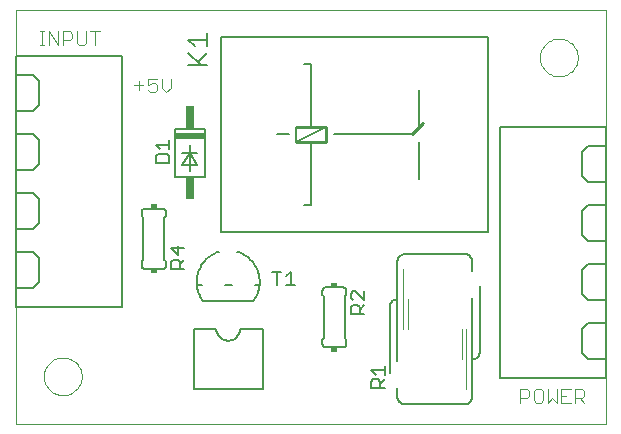
<source format=gto>
G75*
G70*
%OFA0B0*%
%FSLAX24Y24*%
%IPPOS*%
%LPD*%
%AMOC8*
5,1,8,0,0,1.08239X$1,22.5*
%
%ADD10C,0.0000*%
%ADD11C,0.0040*%
%ADD12C,0.0060*%
%ADD13C,0.0100*%
%ADD14C,0.0070*%
%ADD15R,0.1000X0.0200*%
%ADD16R,0.0300X0.0750*%
%ADD17C,0.0050*%
%ADD18C,0.0020*%
%ADD19R,0.0200X0.0150*%
D10*
X000180Y000180D02*
X000180Y013960D01*
X019865Y013960D01*
X019865Y000180D01*
X000180Y000180D01*
X001125Y001755D02*
X001127Y001805D01*
X001133Y001855D01*
X001143Y001904D01*
X001157Y001952D01*
X001174Y001999D01*
X001195Y002044D01*
X001220Y002088D01*
X001248Y002129D01*
X001280Y002168D01*
X001314Y002205D01*
X001351Y002239D01*
X001391Y002269D01*
X001433Y002296D01*
X001477Y002320D01*
X001523Y002341D01*
X001570Y002357D01*
X001618Y002370D01*
X001668Y002379D01*
X001717Y002384D01*
X001768Y002385D01*
X001818Y002382D01*
X001867Y002375D01*
X001916Y002364D01*
X001964Y002349D01*
X002010Y002331D01*
X002055Y002309D01*
X002098Y002283D01*
X002139Y002254D01*
X002178Y002222D01*
X002214Y002187D01*
X002246Y002149D01*
X002276Y002109D01*
X002303Y002066D01*
X002326Y002022D01*
X002345Y001976D01*
X002361Y001928D01*
X002373Y001879D01*
X002381Y001830D01*
X002385Y001780D01*
X002385Y001730D01*
X002381Y001680D01*
X002373Y001631D01*
X002361Y001582D01*
X002345Y001534D01*
X002326Y001488D01*
X002303Y001444D01*
X002276Y001401D01*
X002246Y001361D01*
X002214Y001323D01*
X002178Y001288D01*
X002139Y001256D01*
X002098Y001227D01*
X002055Y001201D01*
X002010Y001179D01*
X001964Y001161D01*
X001916Y001146D01*
X001867Y001135D01*
X001818Y001128D01*
X001768Y001125D01*
X001717Y001126D01*
X001668Y001131D01*
X001618Y001140D01*
X001570Y001153D01*
X001523Y001169D01*
X001477Y001190D01*
X001433Y001214D01*
X001391Y001241D01*
X001351Y001271D01*
X001314Y001305D01*
X001280Y001342D01*
X001248Y001381D01*
X001220Y001422D01*
X001195Y001466D01*
X001174Y001511D01*
X001157Y001558D01*
X001143Y001606D01*
X001133Y001655D01*
X001127Y001705D01*
X001125Y001755D01*
X017660Y012385D02*
X017662Y012435D01*
X017668Y012485D01*
X017678Y012534D01*
X017692Y012582D01*
X017709Y012629D01*
X017730Y012674D01*
X017755Y012718D01*
X017783Y012759D01*
X017815Y012798D01*
X017849Y012835D01*
X017886Y012869D01*
X017926Y012899D01*
X017968Y012926D01*
X018012Y012950D01*
X018058Y012971D01*
X018105Y012987D01*
X018153Y013000D01*
X018203Y013009D01*
X018252Y013014D01*
X018303Y013015D01*
X018353Y013012D01*
X018402Y013005D01*
X018451Y012994D01*
X018499Y012979D01*
X018545Y012961D01*
X018590Y012939D01*
X018633Y012913D01*
X018674Y012884D01*
X018713Y012852D01*
X018749Y012817D01*
X018781Y012779D01*
X018811Y012739D01*
X018838Y012696D01*
X018861Y012652D01*
X018880Y012606D01*
X018896Y012558D01*
X018908Y012509D01*
X018916Y012460D01*
X018920Y012410D01*
X018920Y012360D01*
X018916Y012310D01*
X018908Y012261D01*
X018896Y012212D01*
X018880Y012164D01*
X018861Y012118D01*
X018838Y012074D01*
X018811Y012031D01*
X018781Y011991D01*
X018749Y011953D01*
X018713Y011918D01*
X018674Y011886D01*
X018633Y011857D01*
X018590Y011831D01*
X018545Y011809D01*
X018499Y011791D01*
X018451Y011776D01*
X018402Y011765D01*
X018353Y011758D01*
X018303Y011755D01*
X018252Y011756D01*
X018203Y011761D01*
X018153Y011770D01*
X018105Y011783D01*
X018058Y011799D01*
X018012Y011820D01*
X017968Y011844D01*
X017926Y011871D01*
X017886Y011901D01*
X017849Y011935D01*
X017815Y011972D01*
X017783Y012011D01*
X017755Y012052D01*
X017730Y012096D01*
X017709Y012141D01*
X017692Y012188D01*
X017678Y012236D01*
X017668Y012285D01*
X017662Y012335D01*
X017660Y012385D01*
D11*
X005365Y011684D02*
X005365Y011377D01*
X005211Y011224D01*
X005058Y011377D01*
X005058Y011684D01*
X004904Y011684D02*
X004597Y011684D01*
X004597Y011454D01*
X004751Y011531D01*
X004828Y011531D01*
X004904Y011454D01*
X004904Y011300D01*
X004828Y011224D01*
X004674Y011224D01*
X004597Y011300D01*
X004290Y011300D02*
X004290Y011607D01*
X004137Y011454D02*
X004444Y011454D01*
X002829Y012798D02*
X002829Y013259D01*
X002676Y013259D02*
X002982Y013259D01*
X002522Y013259D02*
X002522Y012875D01*
X002445Y012798D01*
X002292Y012798D01*
X002215Y012875D01*
X002215Y013259D01*
X002062Y013182D02*
X002062Y013029D01*
X001985Y012952D01*
X001755Y012952D01*
X001755Y012798D02*
X001755Y013259D01*
X001985Y013259D01*
X002062Y013182D01*
X001601Y013259D02*
X001601Y012798D01*
X001294Y013259D01*
X001294Y012798D01*
X001141Y012798D02*
X000987Y012798D01*
X001064Y012798D02*
X001064Y013259D01*
X000987Y013259D02*
X001141Y013259D01*
X016993Y001341D02*
X017223Y001341D01*
X017299Y001265D01*
X017299Y001111D01*
X017223Y001035D01*
X016993Y001035D01*
X016993Y000881D02*
X016993Y001341D01*
X017453Y001265D02*
X017453Y000958D01*
X017530Y000881D01*
X017683Y000881D01*
X017760Y000958D01*
X017760Y001265D01*
X017683Y001341D01*
X017530Y001341D01*
X017453Y001265D01*
X017913Y001341D02*
X017913Y000881D01*
X018067Y001035D01*
X018220Y000881D01*
X018220Y001341D01*
X018374Y001341D02*
X018374Y000881D01*
X018681Y000881D01*
X018834Y000881D02*
X018834Y001341D01*
X019064Y001341D01*
X019141Y001265D01*
X019141Y001111D01*
X019064Y001035D01*
X018834Y001035D01*
X018988Y001035D02*
X019141Y000881D01*
X018681Y001341D02*
X018374Y001341D01*
X018374Y001111D02*
X018527Y001111D01*
D12*
X015656Y002580D02*
X015656Y004780D01*
X015406Y004380D02*
X015406Y001080D01*
X015404Y001050D01*
X015399Y001020D01*
X015390Y000991D01*
X015377Y000964D01*
X015362Y000938D01*
X015343Y000914D01*
X015322Y000893D01*
X015298Y000874D01*
X015272Y000859D01*
X015245Y000846D01*
X015216Y000837D01*
X015186Y000832D01*
X015156Y000830D01*
X013156Y000830D01*
X013126Y000832D01*
X013096Y000837D01*
X013067Y000846D01*
X013040Y000859D01*
X013014Y000874D01*
X012990Y000893D01*
X012969Y000914D01*
X012950Y000938D01*
X012935Y000964D01*
X012922Y000991D01*
X012913Y001020D01*
X012908Y001050D01*
X012906Y001080D01*
X012906Y001380D01*
X012656Y001880D02*
X012656Y004080D01*
X012658Y004110D01*
X012663Y004140D01*
X012672Y004169D01*
X012685Y004196D01*
X012700Y004222D01*
X012719Y004246D01*
X012740Y004267D01*
X012764Y004286D01*
X012790Y004301D01*
X012817Y004314D01*
X012846Y004323D01*
X012876Y004328D01*
X012906Y004330D01*
X012906Y005580D02*
X012906Y002280D01*
X011210Y002823D02*
X011210Y002973D01*
X011160Y003023D01*
X011160Y004423D01*
X011210Y004473D01*
X011210Y004623D01*
X011208Y004640D01*
X011204Y004657D01*
X011197Y004673D01*
X011187Y004687D01*
X011174Y004700D01*
X011160Y004710D01*
X011144Y004717D01*
X011127Y004721D01*
X011110Y004723D01*
X010510Y004723D01*
X010493Y004721D01*
X010476Y004717D01*
X010460Y004710D01*
X010446Y004700D01*
X010433Y004687D01*
X010423Y004673D01*
X010416Y004657D01*
X010412Y004640D01*
X010410Y004623D01*
X010410Y004473D01*
X010460Y004423D01*
X010460Y003023D01*
X010410Y002973D01*
X010410Y002823D01*
X010412Y002806D01*
X010416Y002789D01*
X010423Y002773D01*
X010433Y002759D01*
X010446Y002746D01*
X010460Y002736D01*
X010476Y002729D01*
X010493Y002725D01*
X010510Y002723D01*
X011110Y002723D01*
X011127Y002725D01*
X011144Y002729D01*
X011160Y002736D01*
X011174Y002746D01*
X011187Y002759D01*
X011197Y002773D01*
X011204Y002789D01*
X011208Y002806D01*
X011210Y002823D01*
X008417Y003345D02*
X008417Y001345D01*
X006117Y001345D01*
X006117Y003345D01*
X006867Y003345D01*
X006869Y003306D01*
X006875Y003267D01*
X006884Y003229D01*
X006897Y003192D01*
X006914Y003156D01*
X006934Y003123D01*
X006958Y003091D01*
X006984Y003062D01*
X007013Y003036D01*
X007045Y003012D01*
X007078Y002992D01*
X007114Y002975D01*
X007151Y002962D01*
X007189Y002953D01*
X007228Y002947D01*
X007267Y002945D01*
X007306Y002947D01*
X007345Y002953D01*
X007383Y002962D01*
X007420Y002975D01*
X007456Y002992D01*
X007489Y003012D01*
X007521Y003036D01*
X007550Y003062D01*
X007576Y003091D01*
X007600Y003123D01*
X007620Y003156D01*
X007637Y003192D01*
X007650Y003229D01*
X007659Y003267D01*
X007665Y003306D01*
X007667Y003345D01*
X008417Y003345D01*
X005186Y005445D02*
X005186Y005595D01*
X005136Y005645D01*
X005136Y007045D01*
X005186Y007095D01*
X005186Y007245D01*
X005184Y007262D01*
X005180Y007279D01*
X005173Y007295D01*
X005163Y007309D01*
X005150Y007322D01*
X005136Y007332D01*
X005120Y007339D01*
X005103Y007343D01*
X005086Y007345D01*
X004486Y007345D01*
X004469Y007343D01*
X004452Y007339D01*
X004436Y007332D01*
X004422Y007322D01*
X004409Y007309D01*
X004399Y007295D01*
X004392Y007279D01*
X004388Y007262D01*
X004386Y007245D01*
X004386Y007095D01*
X004436Y007045D01*
X004436Y005645D01*
X004386Y005595D01*
X004386Y005445D01*
X004388Y005428D01*
X004392Y005411D01*
X004399Y005395D01*
X004409Y005381D01*
X004422Y005368D01*
X004436Y005358D01*
X004452Y005351D01*
X004469Y005347D01*
X004486Y005345D01*
X005086Y005345D01*
X005103Y005347D01*
X005120Y005351D01*
X005136Y005358D01*
X005150Y005368D01*
X005163Y005381D01*
X005173Y005395D01*
X005180Y005411D01*
X005184Y005428D01*
X005186Y005445D01*
X007044Y006576D02*
X007044Y013076D01*
X015944Y013076D01*
X015944Y006576D01*
X007044Y006576D01*
X006491Y008415D02*
X005491Y008415D01*
X005491Y010015D01*
X006491Y010015D01*
X006491Y008415D01*
X006241Y008815D02*
X005991Y009215D01*
X005741Y009215D01*
X005991Y009215D02*
X005991Y009465D01*
X005991Y009215D02*
X006241Y009215D01*
X005991Y009215D02*
X005991Y008615D01*
X005741Y008815D02*
X005991Y009215D01*
X006241Y008815D02*
X005741Y008815D01*
X008894Y009826D02*
X009294Y009826D01*
X009544Y010076D02*
X009544Y009576D01*
X010544Y010076D01*
X010794Y009826D02*
X013394Y009826D01*
X013644Y010076D02*
X013644Y011296D01*
X013644Y009576D02*
X013644Y008346D01*
X013156Y005830D02*
X015156Y005830D01*
X015186Y005828D01*
X015216Y005823D01*
X015245Y005814D01*
X015272Y005801D01*
X015298Y005786D01*
X015322Y005767D01*
X015343Y005746D01*
X015362Y005722D01*
X015377Y005696D01*
X015390Y005669D01*
X015399Y005640D01*
X015404Y005610D01*
X015406Y005580D01*
X015406Y005280D01*
X013156Y005830D02*
X013126Y005828D01*
X013096Y005823D01*
X013067Y005814D01*
X013040Y005801D01*
X013014Y005786D01*
X012990Y005767D01*
X012969Y005746D01*
X012950Y005722D01*
X012935Y005696D01*
X012922Y005669D01*
X012913Y005640D01*
X012908Y005610D01*
X012906Y005580D01*
X010044Y007476D02*
X009794Y007476D01*
X010044Y007476D02*
X010044Y009576D01*
X010044Y010076D02*
X010044Y012176D01*
X009794Y012176D01*
X015656Y002580D02*
X015654Y002550D01*
X015649Y002520D01*
X015640Y002491D01*
X015627Y002464D01*
X015612Y002438D01*
X015593Y002414D01*
X015572Y002393D01*
X015548Y002374D01*
X015522Y002359D01*
X015495Y002346D01*
X015466Y002337D01*
X015436Y002332D01*
X015406Y002330D01*
D13*
X010544Y009576D02*
X010044Y009576D01*
X009544Y009576D01*
X009544Y010076D02*
X010044Y010076D01*
X010544Y010076D01*
X010544Y009576D01*
X013394Y009826D02*
X013644Y010076D01*
X013774Y010196D01*
D14*
X006573Y012122D02*
X005942Y012122D01*
X006258Y012228D02*
X006573Y012543D01*
X006573Y012767D02*
X006573Y013187D01*
X006573Y012977D02*
X005942Y012977D01*
X006153Y012767D01*
X005942Y012543D02*
X006363Y012122D01*
D15*
X005991Y009765D03*
D16*
X005991Y010390D03*
X005991Y008040D03*
D17*
X005308Y008874D02*
X004858Y008874D01*
X004858Y009099D01*
X004933Y009174D01*
X005233Y009174D01*
X005308Y009099D01*
X005308Y008874D01*
X005308Y009334D02*
X005308Y009634D01*
X005308Y009484D02*
X004858Y009484D01*
X005008Y009334D01*
X000967Y009629D02*
X000967Y008841D01*
X000771Y008645D01*
X000180Y008645D01*
X000180Y007857D01*
X000771Y007857D01*
X000967Y007660D01*
X000967Y006873D01*
X000771Y006676D01*
X000180Y006676D01*
X000180Y005889D01*
X000771Y005889D01*
X000967Y005692D01*
X000967Y004904D01*
X000771Y004708D01*
X000180Y004708D01*
X000180Y004078D01*
X003723Y004078D01*
X003723Y012424D01*
X000180Y012424D01*
X000180Y011794D01*
X000771Y011794D01*
X000967Y011597D01*
X000967Y010810D01*
X000771Y010613D01*
X000180Y010613D01*
X000180Y009826D01*
X000771Y009826D01*
X000967Y009629D01*
X000180Y009826D02*
X000180Y008645D01*
X000180Y007857D02*
X000180Y006676D01*
X000180Y005889D02*
X000180Y004708D01*
X005360Y005339D02*
X005360Y005565D01*
X005435Y005640D01*
X005585Y005640D01*
X005661Y005565D01*
X005661Y005339D01*
X005811Y005339D02*
X005360Y005339D01*
X005661Y005489D02*
X005811Y005640D01*
X005585Y005800D02*
X005585Y006100D01*
X005360Y006025D02*
X005585Y005800D01*
X005811Y006025D02*
X005360Y006025D01*
X006221Y004804D02*
X006379Y004804D01*
X006442Y004254D02*
X008091Y004254D01*
X008154Y004804D02*
X008312Y004804D01*
X008889Y004786D02*
X008889Y005236D01*
X009039Y005236D02*
X008738Y005236D01*
X009199Y005086D02*
X009349Y005236D01*
X009349Y004786D01*
X009199Y004786D02*
X009499Y004786D01*
X011345Y004513D02*
X011345Y004363D01*
X011420Y004288D01*
X011420Y004128D02*
X011570Y004128D01*
X011645Y004053D01*
X011645Y003828D01*
X011645Y003978D02*
X011795Y004128D01*
X011795Y004288D02*
X011495Y004588D01*
X011420Y004588D01*
X011345Y004513D01*
X011420Y004128D02*
X011345Y004053D01*
X011345Y003828D01*
X011795Y003828D01*
X011795Y004288D02*
X011795Y004588D01*
X012481Y002115D02*
X012481Y001815D01*
X012481Y001965D02*
X012031Y001965D01*
X012181Y001815D01*
X012106Y001655D02*
X012256Y001655D01*
X012331Y001580D01*
X012331Y001355D01*
X012331Y001505D02*
X012481Y001655D01*
X012481Y001355D02*
X012031Y001355D01*
X012031Y001580D01*
X012106Y001655D01*
X016322Y001715D02*
X019865Y001715D01*
X019865Y002345D01*
X019274Y002345D01*
X019078Y002542D01*
X019078Y003330D01*
X019274Y003526D01*
X019865Y003526D01*
X019865Y004314D01*
X019274Y004314D01*
X019078Y004511D01*
X019078Y005298D01*
X019274Y005495D01*
X019865Y005495D01*
X019865Y006282D01*
X019274Y006282D01*
X019078Y006479D01*
X019078Y007267D01*
X019274Y007463D01*
X019865Y007463D01*
X019865Y008251D01*
X019274Y008251D01*
X019078Y008448D01*
X019078Y009235D01*
X019274Y009432D01*
X019865Y009432D01*
X019865Y010062D01*
X016322Y010062D01*
X016322Y001715D01*
X019865Y002345D02*
X019865Y003526D01*
X019865Y004314D02*
X019865Y005495D01*
X019865Y006282D02*
X019865Y007463D01*
X019865Y008251D02*
X019865Y009432D01*
X007379Y004804D02*
X007154Y004804D01*
X006442Y004254D02*
X006407Y004302D01*
X006374Y004352D01*
X006343Y004404D01*
X006316Y004458D01*
X006292Y004513D01*
X006272Y004570D01*
X006254Y004627D01*
X006240Y004685D01*
X006229Y004744D01*
X006222Y004804D01*
X006218Y004866D01*
X006217Y004929D01*
X006221Y004991D01*
X006228Y005053D01*
X006238Y005114D01*
X006253Y005175D01*
X006271Y005235D01*
X006292Y005294D01*
X006317Y005351D01*
X006345Y005406D01*
X006376Y005460D01*
X006411Y005512D01*
X006449Y005562D01*
X006489Y005609D01*
X006533Y005654D01*
X006578Y005697D01*
X006627Y005736D01*
X006677Y005773D01*
X006730Y005806D01*
X006784Y005837D01*
X006841Y005864D01*
X006898Y005887D01*
X006957Y005907D01*
X007577Y005907D02*
X007637Y005887D01*
X007696Y005863D01*
X007753Y005835D01*
X007808Y005804D01*
X007862Y005769D01*
X007913Y005732D01*
X007962Y005691D01*
X008008Y005647D01*
X008052Y005601D01*
X008093Y005552D01*
X008131Y005501D01*
X008165Y005448D01*
X008197Y005392D01*
X008224Y005335D01*
X008249Y005276D01*
X008269Y005216D01*
X008287Y005155D01*
X008300Y005093D01*
X008309Y005030D01*
X008315Y004967D01*
X008317Y004903D01*
X008315Y004839D01*
X008309Y004776D01*
X008300Y004713D01*
X008286Y004651D01*
X008269Y004590D01*
X008248Y004530D01*
X008224Y004471D01*
X008196Y004414D01*
X008164Y004358D01*
X008129Y004305D01*
X008092Y004254D01*
X000180Y010613D02*
X000180Y011794D01*
D18*
X013106Y005330D02*
X013106Y003330D01*
X013256Y003330D02*
X013256Y004330D01*
X015056Y003330D02*
X015056Y002330D01*
X015206Y001330D02*
X015206Y003330D01*
D19*
X010810Y002648D03*
X010810Y004798D03*
X004786Y005270D03*
X004786Y007420D03*
M02*

</source>
